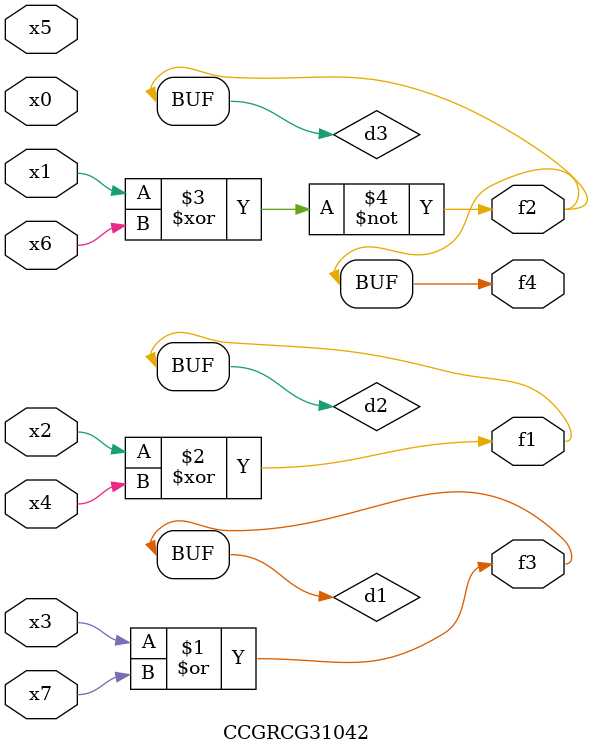
<source format=v>
module CCGRCG31042(
	input x0, x1, x2, x3, x4, x5, x6, x7,
	output f1, f2, f3, f4
);

	wire d1, d2, d3;

	or (d1, x3, x7);
	xor (d2, x2, x4);
	xnor (d3, x1, x6);
	assign f1 = d2;
	assign f2 = d3;
	assign f3 = d1;
	assign f4 = d3;
endmodule

</source>
